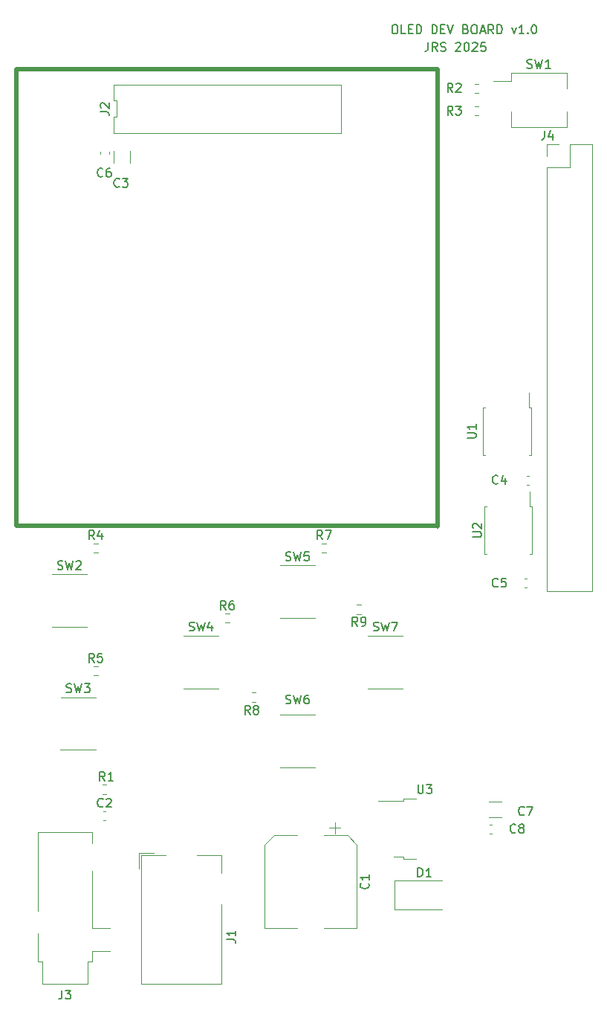
<source format=gbr>
%TF.GenerationSoftware,KiCad,Pcbnew,6.0.2+dfsg-1*%
%TF.CreationDate,2025-01-19T18:01:40+11:00*%
%TF.ProjectId,OLED_DEV_BOARD,4f4c4544-5f44-4455-965f-424f4152442e,rev?*%
%TF.SameCoordinates,Original*%
%TF.FileFunction,Legend,Top*%
%TF.FilePolarity,Positive*%
%FSLAX46Y46*%
G04 Gerber Fmt 4.6, Leading zero omitted, Abs format (unit mm)*
G04 Created by KiCad (PCBNEW 6.0.2+dfsg-1) date 2025-01-19 18:01:40*
%MOMM*%
%LPD*%
G01*
G04 APERTURE LIST*
%ADD10C,0.150000*%
%ADD11C,0.120000*%
%ADD12C,0.500000*%
%ADD13C,0.508000*%
G04 APERTURE END LIST*
D10*
X164880952Y-33452380D02*
X164880952Y-34166666D01*
X164833333Y-34309523D01*
X164738095Y-34404761D01*
X164595238Y-34452380D01*
X164500000Y-34452380D01*
X165928571Y-34452380D02*
X165595238Y-33976190D01*
X165357142Y-34452380D02*
X165357142Y-33452380D01*
X165738095Y-33452380D01*
X165833333Y-33500000D01*
X165880952Y-33547619D01*
X165928571Y-33642857D01*
X165928571Y-33785714D01*
X165880952Y-33880952D01*
X165833333Y-33928571D01*
X165738095Y-33976190D01*
X165357142Y-33976190D01*
X166309523Y-34404761D02*
X166452380Y-34452380D01*
X166690476Y-34452380D01*
X166785714Y-34404761D01*
X166833333Y-34357142D01*
X166880952Y-34261904D01*
X166880952Y-34166666D01*
X166833333Y-34071428D01*
X166785714Y-34023809D01*
X166690476Y-33976190D01*
X166500000Y-33928571D01*
X166404761Y-33880952D01*
X166357142Y-33833333D01*
X166309523Y-33738095D01*
X166309523Y-33642857D01*
X166357142Y-33547619D01*
X166404761Y-33500000D01*
X166500000Y-33452380D01*
X166738095Y-33452380D01*
X166880952Y-33500000D01*
X168023809Y-33547619D02*
X168071428Y-33500000D01*
X168166666Y-33452380D01*
X168404761Y-33452380D01*
X168500000Y-33500000D01*
X168547619Y-33547619D01*
X168595238Y-33642857D01*
X168595238Y-33738095D01*
X168547619Y-33880952D01*
X167976190Y-34452380D01*
X168595238Y-34452380D01*
X169214285Y-33452380D02*
X169309523Y-33452380D01*
X169404761Y-33500000D01*
X169452380Y-33547619D01*
X169500000Y-33642857D01*
X169547619Y-33833333D01*
X169547619Y-34071428D01*
X169500000Y-34261904D01*
X169452380Y-34357142D01*
X169404761Y-34404761D01*
X169309523Y-34452380D01*
X169214285Y-34452380D01*
X169119047Y-34404761D01*
X169071428Y-34357142D01*
X169023809Y-34261904D01*
X168976190Y-34071428D01*
X168976190Y-33833333D01*
X169023809Y-33642857D01*
X169071428Y-33547619D01*
X169119047Y-33500000D01*
X169214285Y-33452380D01*
X169928571Y-33547619D02*
X169976190Y-33500000D01*
X170071428Y-33452380D01*
X170309523Y-33452380D01*
X170404761Y-33500000D01*
X170452380Y-33547619D01*
X170500000Y-33642857D01*
X170500000Y-33738095D01*
X170452380Y-33880952D01*
X169880952Y-34452380D01*
X170500000Y-34452380D01*
X171404761Y-33452380D02*
X170928571Y-33452380D01*
X170880952Y-33928571D01*
X170928571Y-33880952D01*
X171023809Y-33833333D01*
X171261904Y-33833333D01*
X171357142Y-33880952D01*
X171404761Y-33928571D01*
X171452380Y-34023809D01*
X171452380Y-34261904D01*
X171404761Y-34357142D01*
X171357142Y-34404761D01*
X171261904Y-34452380D01*
X171023809Y-34452380D01*
X170928571Y-34404761D01*
X170880952Y-34357142D01*
X161000000Y-31452380D02*
X161190476Y-31452380D01*
X161285714Y-31500000D01*
X161380952Y-31595238D01*
X161428571Y-31785714D01*
X161428571Y-32119047D01*
X161380952Y-32309523D01*
X161285714Y-32404761D01*
X161190476Y-32452380D01*
X161000000Y-32452380D01*
X160904761Y-32404761D01*
X160809523Y-32309523D01*
X160761904Y-32119047D01*
X160761904Y-31785714D01*
X160809523Y-31595238D01*
X160904761Y-31500000D01*
X161000000Y-31452380D01*
X162333333Y-32452380D02*
X161857142Y-32452380D01*
X161857142Y-31452380D01*
X162666666Y-31928571D02*
X163000000Y-31928571D01*
X163142857Y-32452380D02*
X162666666Y-32452380D01*
X162666666Y-31452380D01*
X163142857Y-31452380D01*
X163571428Y-32452380D02*
X163571428Y-31452380D01*
X163809523Y-31452380D01*
X163952380Y-31500000D01*
X164047619Y-31595238D01*
X164095238Y-31690476D01*
X164142857Y-31880952D01*
X164142857Y-32023809D01*
X164095238Y-32214285D01*
X164047619Y-32309523D01*
X163952380Y-32404761D01*
X163809523Y-32452380D01*
X163571428Y-32452380D01*
X165333333Y-32452380D02*
X165333333Y-31452380D01*
X165571428Y-31452380D01*
X165714285Y-31500000D01*
X165809523Y-31595238D01*
X165857142Y-31690476D01*
X165904761Y-31880952D01*
X165904761Y-32023809D01*
X165857142Y-32214285D01*
X165809523Y-32309523D01*
X165714285Y-32404761D01*
X165571428Y-32452380D01*
X165333333Y-32452380D01*
X166333333Y-31928571D02*
X166666666Y-31928571D01*
X166809523Y-32452380D02*
X166333333Y-32452380D01*
X166333333Y-31452380D01*
X166809523Y-31452380D01*
X167095238Y-31452380D02*
X167428571Y-32452380D01*
X167761904Y-31452380D01*
X169190476Y-31928571D02*
X169333333Y-31976190D01*
X169380952Y-32023809D01*
X169428571Y-32119047D01*
X169428571Y-32261904D01*
X169380952Y-32357142D01*
X169333333Y-32404761D01*
X169238095Y-32452380D01*
X168857142Y-32452380D01*
X168857142Y-31452380D01*
X169190476Y-31452380D01*
X169285714Y-31500000D01*
X169333333Y-31547619D01*
X169380952Y-31642857D01*
X169380952Y-31738095D01*
X169333333Y-31833333D01*
X169285714Y-31880952D01*
X169190476Y-31928571D01*
X168857142Y-31928571D01*
X170047619Y-31452380D02*
X170238095Y-31452380D01*
X170333333Y-31500000D01*
X170428571Y-31595238D01*
X170476190Y-31785714D01*
X170476190Y-32119047D01*
X170428571Y-32309523D01*
X170333333Y-32404761D01*
X170238095Y-32452380D01*
X170047619Y-32452380D01*
X169952380Y-32404761D01*
X169857142Y-32309523D01*
X169809523Y-32119047D01*
X169809523Y-31785714D01*
X169857142Y-31595238D01*
X169952380Y-31500000D01*
X170047619Y-31452380D01*
X170857142Y-32166666D02*
X171333333Y-32166666D01*
X170761904Y-32452380D02*
X171095238Y-31452380D01*
X171428571Y-32452380D01*
X172333333Y-32452380D02*
X172000000Y-31976190D01*
X171761904Y-32452380D02*
X171761904Y-31452380D01*
X172142857Y-31452380D01*
X172238095Y-31500000D01*
X172285714Y-31547619D01*
X172333333Y-31642857D01*
X172333333Y-31785714D01*
X172285714Y-31880952D01*
X172238095Y-31928571D01*
X172142857Y-31976190D01*
X171761904Y-31976190D01*
X172761904Y-32452380D02*
X172761904Y-31452380D01*
X173000000Y-31452380D01*
X173142857Y-31500000D01*
X173238095Y-31595238D01*
X173285714Y-31690476D01*
X173333333Y-31880952D01*
X173333333Y-32023809D01*
X173285714Y-32214285D01*
X173238095Y-32309523D01*
X173142857Y-32404761D01*
X173000000Y-32452380D01*
X172761904Y-32452380D01*
X174428571Y-31785714D02*
X174666666Y-32452380D01*
X174904761Y-31785714D01*
X175809523Y-32452380D02*
X175238095Y-32452380D01*
X175523809Y-32452380D02*
X175523809Y-31452380D01*
X175428571Y-31595238D01*
X175333333Y-31690476D01*
X175238095Y-31738095D01*
X176238095Y-32357142D02*
X176285714Y-32404761D01*
X176238095Y-32452380D01*
X176190476Y-32404761D01*
X176238095Y-32357142D01*
X176238095Y-32452380D01*
X176904761Y-31452380D02*
X177000000Y-31452380D01*
X177095238Y-31500000D01*
X177142857Y-31547619D01*
X177190476Y-31642857D01*
X177238095Y-31833333D01*
X177238095Y-32071428D01*
X177190476Y-32261904D01*
X177142857Y-32357142D01*
X177095238Y-32404761D01*
X177000000Y-32452380D01*
X176904761Y-32452380D01*
X176809523Y-32404761D01*
X176761904Y-32357142D01*
X176714285Y-32261904D01*
X176666666Y-32071428D01*
X176666666Y-31833333D01*
X176714285Y-31642857D01*
X176761904Y-31547619D01*
X176809523Y-31500000D01*
X176904761Y-31452380D01*
%TO.C,SW7*%
X158666666Y-100404761D02*
X158809523Y-100452380D01*
X159047619Y-100452380D01*
X159142857Y-100404761D01*
X159190476Y-100357142D01*
X159238095Y-100261904D01*
X159238095Y-100166666D01*
X159190476Y-100071428D01*
X159142857Y-100023809D01*
X159047619Y-99976190D01*
X158857142Y-99928571D01*
X158761904Y-99880952D01*
X158714285Y-99833333D01*
X158666666Y-99738095D01*
X158666666Y-99642857D01*
X158714285Y-99547619D01*
X158761904Y-99500000D01*
X158857142Y-99452380D01*
X159095238Y-99452380D01*
X159238095Y-99500000D01*
X159571428Y-99452380D02*
X159809523Y-100452380D01*
X160000000Y-99738095D01*
X160190476Y-100452380D01*
X160428571Y-99452380D01*
X160714285Y-99452380D02*
X161380952Y-99452380D01*
X160952380Y-100452380D01*
%TO.C,SW6*%
X148666666Y-108704761D02*
X148809523Y-108752380D01*
X149047619Y-108752380D01*
X149142857Y-108704761D01*
X149190476Y-108657142D01*
X149238095Y-108561904D01*
X149238095Y-108466666D01*
X149190476Y-108371428D01*
X149142857Y-108323809D01*
X149047619Y-108276190D01*
X148857142Y-108228571D01*
X148761904Y-108180952D01*
X148714285Y-108133333D01*
X148666666Y-108038095D01*
X148666666Y-107942857D01*
X148714285Y-107847619D01*
X148761904Y-107800000D01*
X148857142Y-107752380D01*
X149095238Y-107752380D01*
X149238095Y-107800000D01*
X149571428Y-107752380D02*
X149809523Y-108752380D01*
X150000000Y-108038095D01*
X150190476Y-108752380D01*
X150428571Y-107752380D01*
X151238095Y-107752380D02*
X151047619Y-107752380D01*
X150952380Y-107800000D01*
X150904761Y-107847619D01*
X150809523Y-107990476D01*
X150761904Y-108180952D01*
X150761904Y-108561904D01*
X150809523Y-108657142D01*
X150857142Y-108704761D01*
X150952380Y-108752380D01*
X151142857Y-108752380D01*
X151238095Y-108704761D01*
X151285714Y-108657142D01*
X151333333Y-108561904D01*
X151333333Y-108323809D01*
X151285714Y-108228571D01*
X151238095Y-108180952D01*
X151142857Y-108133333D01*
X150952380Y-108133333D01*
X150857142Y-108180952D01*
X150809523Y-108228571D01*
X150761904Y-108323809D01*
%TO.C,SW5*%
X148666666Y-92404761D02*
X148809523Y-92452380D01*
X149047619Y-92452380D01*
X149142857Y-92404761D01*
X149190476Y-92357142D01*
X149238095Y-92261904D01*
X149238095Y-92166666D01*
X149190476Y-92071428D01*
X149142857Y-92023809D01*
X149047619Y-91976190D01*
X148857142Y-91928571D01*
X148761904Y-91880952D01*
X148714285Y-91833333D01*
X148666666Y-91738095D01*
X148666666Y-91642857D01*
X148714285Y-91547619D01*
X148761904Y-91500000D01*
X148857142Y-91452380D01*
X149095238Y-91452380D01*
X149238095Y-91500000D01*
X149571428Y-91452380D02*
X149809523Y-92452380D01*
X150000000Y-91738095D01*
X150190476Y-92452380D01*
X150428571Y-91452380D01*
X151285714Y-91452380D02*
X150809523Y-91452380D01*
X150761904Y-91928571D01*
X150809523Y-91880952D01*
X150904761Y-91833333D01*
X151142857Y-91833333D01*
X151238095Y-91880952D01*
X151285714Y-91928571D01*
X151333333Y-92023809D01*
X151333333Y-92261904D01*
X151285714Y-92357142D01*
X151238095Y-92404761D01*
X151142857Y-92452380D01*
X150904761Y-92452380D01*
X150809523Y-92404761D01*
X150761904Y-92357142D01*
%TO.C,SW4*%
X137666666Y-100404761D02*
X137809523Y-100452380D01*
X138047619Y-100452380D01*
X138142857Y-100404761D01*
X138190476Y-100357142D01*
X138238095Y-100261904D01*
X138238095Y-100166666D01*
X138190476Y-100071428D01*
X138142857Y-100023809D01*
X138047619Y-99976190D01*
X137857142Y-99928571D01*
X137761904Y-99880952D01*
X137714285Y-99833333D01*
X137666666Y-99738095D01*
X137666666Y-99642857D01*
X137714285Y-99547619D01*
X137761904Y-99500000D01*
X137857142Y-99452380D01*
X138095238Y-99452380D01*
X138238095Y-99500000D01*
X138571428Y-99452380D02*
X138809523Y-100452380D01*
X139000000Y-99738095D01*
X139190476Y-100452380D01*
X139428571Y-99452380D01*
X140238095Y-99785714D02*
X140238095Y-100452380D01*
X140000000Y-99404761D02*
X139761904Y-100119047D01*
X140380952Y-100119047D01*
%TO.C,SW3*%
X123666666Y-107404761D02*
X123809523Y-107452380D01*
X124047619Y-107452380D01*
X124142857Y-107404761D01*
X124190476Y-107357142D01*
X124238095Y-107261904D01*
X124238095Y-107166666D01*
X124190476Y-107071428D01*
X124142857Y-107023809D01*
X124047619Y-106976190D01*
X123857142Y-106928571D01*
X123761904Y-106880952D01*
X123714285Y-106833333D01*
X123666666Y-106738095D01*
X123666666Y-106642857D01*
X123714285Y-106547619D01*
X123761904Y-106500000D01*
X123857142Y-106452380D01*
X124095238Y-106452380D01*
X124238095Y-106500000D01*
X124571428Y-106452380D02*
X124809523Y-107452380D01*
X125000000Y-106738095D01*
X125190476Y-107452380D01*
X125428571Y-106452380D01*
X125714285Y-106452380D02*
X126333333Y-106452380D01*
X126000000Y-106833333D01*
X126142857Y-106833333D01*
X126238095Y-106880952D01*
X126285714Y-106928571D01*
X126333333Y-107023809D01*
X126333333Y-107261904D01*
X126285714Y-107357142D01*
X126238095Y-107404761D01*
X126142857Y-107452380D01*
X125857142Y-107452380D01*
X125761904Y-107404761D01*
X125714285Y-107357142D01*
%TO.C,SW2*%
X122666666Y-93404761D02*
X122809523Y-93452380D01*
X123047619Y-93452380D01*
X123142857Y-93404761D01*
X123190476Y-93357142D01*
X123238095Y-93261904D01*
X123238095Y-93166666D01*
X123190476Y-93071428D01*
X123142857Y-93023809D01*
X123047619Y-92976190D01*
X122857142Y-92928571D01*
X122761904Y-92880952D01*
X122714285Y-92833333D01*
X122666666Y-92738095D01*
X122666666Y-92642857D01*
X122714285Y-92547619D01*
X122761904Y-92500000D01*
X122857142Y-92452380D01*
X123095238Y-92452380D01*
X123238095Y-92500000D01*
X123571428Y-92452380D02*
X123809523Y-93452380D01*
X124000000Y-92738095D01*
X124190476Y-93452380D01*
X124428571Y-92452380D01*
X124761904Y-92547619D02*
X124809523Y-92500000D01*
X124904761Y-92452380D01*
X125142857Y-92452380D01*
X125238095Y-92500000D01*
X125285714Y-92547619D01*
X125333333Y-92642857D01*
X125333333Y-92738095D01*
X125285714Y-92880952D01*
X124714285Y-93452380D01*
X125333333Y-93452380D01*
%TO.C,U2*%
X169952380Y-89761904D02*
X170761904Y-89761904D01*
X170857142Y-89714285D01*
X170904761Y-89666666D01*
X170952380Y-89571428D01*
X170952380Y-89380952D01*
X170904761Y-89285714D01*
X170857142Y-89238095D01*
X170761904Y-89190476D01*
X169952380Y-89190476D01*
X170047619Y-88761904D02*
X170000000Y-88714285D01*
X169952380Y-88619047D01*
X169952380Y-88380952D01*
X170000000Y-88285714D01*
X170047619Y-88238095D01*
X170142857Y-88190476D01*
X170238095Y-88190476D01*
X170380952Y-88238095D01*
X170952380Y-88809523D01*
X170952380Y-88190476D01*
%TO.C,R3*%
X167683333Y-41702380D02*
X167350000Y-41226190D01*
X167111904Y-41702380D02*
X167111904Y-40702380D01*
X167492857Y-40702380D01*
X167588095Y-40750000D01*
X167635714Y-40797619D01*
X167683333Y-40892857D01*
X167683333Y-41035714D01*
X167635714Y-41130952D01*
X167588095Y-41178571D01*
X167492857Y-41226190D01*
X167111904Y-41226190D01*
X168016666Y-40702380D02*
X168635714Y-40702380D01*
X168302380Y-41083333D01*
X168445238Y-41083333D01*
X168540476Y-41130952D01*
X168588095Y-41178571D01*
X168635714Y-41273809D01*
X168635714Y-41511904D01*
X168588095Y-41607142D01*
X168540476Y-41654761D01*
X168445238Y-41702380D01*
X168159523Y-41702380D01*
X168064285Y-41654761D01*
X168016666Y-41607142D01*
%TO.C,D1*%
X163711904Y-128442380D02*
X163711904Y-127442380D01*
X163950000Y-127442380D01*
X164092857Y-127490000D01*
X164188095Y-127585238D01*
X164235714Y-127680476D01*
X164283333Y-127870952D01*
X164283333Y-128013809D01*
X164235714Y-128204285D01*
X164188095Y-128299523D01*
X164092857Y-128394761D01*
X163950000Y-128442380D01*
X163711904Y-128442380D01*
X165235714Y-128442380D02*
X164664285Y-128442380D01*
X164950000Y-128442380D02*
X164950000Y-127442380D01*
X164854761Y-127585238D01*
X164759523Y-127680476D01*
X164664285Y-127728095D01*
%TO.C,SW1*%
X176166666Y-36334761D02*
X176309523Y-36382380D01*
X176547619Y-36382380D01*
X176642857Y-36334761D01*
X176690476Y-36287142D01*
X176738095Y-36191904D01*
X176738095Y-36096666D01*
X176690476Y-36001428D01*
X176642857Y-35953809D01*
X176547619Y-35906190D01*
X176357142Y-35858571D01*
X176261904Y-35810952D01*
X176214285Y-35763333D01*
X176166666Y-35668095D01*
X176166666Y-35572857D01*
X176214285Y-35477619D01*
X176261904Y-35430000D01*
X176357142Y-35382380D01*
X176595238Y-35382380D01*
X176738095Y-35430000D01*
X177071428Y-35382380D02*
X177309523Y-36382380D01*
X177500000Y-35668095D01*
X177690476Y-36382380D01*
X177928571Y-35382380D01*
X178833333Y-36382380D02*
X178261904Y-36382380D01*
X178547619Y-36382380D02*
X178547619Y-35382380D01*
X178452380Y-35525238D01*
X178357142Y-35620476D01*
X178261904Y-35668095D01*
%TO.C,J3*%
X123166666Y-141352380D02*
X123166666Y-142066666D01*
X123119047Y-142209523D01*
X123023809Y-142304761D01*
X122880952Y-142352380D01*
X122785714Y-142352380D01*
X123547619Y-141352380D02*
X124166666Y-141352380D01*
X123833333Y-141733333D01*
X123976190Y-141733333D01*
X124071428Y-141780952D01*
X124119047Y-141828571D01*
X124166666Y-141923809D01*
X124166666Y-142161904D01*
X124119047Y-142257142D01*
X124071428Y-142304761D01*
X123976190Y-142352380D01*
X123690476Y-142352380D01*
X123595238Y-142304761D01*
X123547619Y-142257142D01*
%TO.C,R5*%
X126833333Y-104022380D02*
X126500000Y-103546190D01*
X126261904Y-104022380D02*
X126261904Y-103022380D01*
X126642857Y-103022380D01*
X126738095Y-103070000D01*
X126785714Y-103117619D01*
X126833333Y-103212857D01*
X126833333Y-103355714D01*
X126785714Y-103450952D01*
X126738095Y-103498571D01*
X126642857Y-103546190D01*
X126261904Y-103546190D01*
X127738095Y-103022380D02*
X127261904Y-103022380D01*
X127214285Y-103498571D01*
X127261904Y-103450952D01*
X127357142Y-103403333D01*
X127595238Y-103403333D01*
X127690476Y-103450952D01*
X127738095Y-103498571D01*
X127785714Y-103593809D01*
X127785714Y-103831904D01*
X127738095Y-103927142D01*
X127690476Y-103974761D01*
X127595238Y-104022380D01*
X127357142Y-104022380D01*
X127261904Y-103974761D01*
X127214285Y-103927142D01*
%TO.C,R8*%
X144596075Y-109952380D02*
X144262742Y-109476190D01*
X144024646Y-109952380D02*
X144024646Y-108952380D01*
X144405599Y-108952380D01*
X144500837Y-109000000D01*
X144548456Y-109047619D01*
X144596075Y-109142857D01*
X144596075Y-109285714D01*
X144548456Y-109380952D01*
X144500837Y-109428571D01*
X144405599Y-109476190D01*
X144024646Y-109476190D01*
X145167503Y-109380952D02*
X145072265Y-109333333D01*
X145024646Y-109285714D01*
X144977027Y-109190476D01*
X144977027Y-109142857D01*
X145024646Y-109047619D01*
X145072265Y-109000000D01*
X145167503Y-108952380D01*
X145357980Y-108952380D01*
X145453218Y-109000000D01*
X145500837Y-109047619D01*
X145548456Y-109142857D01*
X145548456Y-109190476D01*
X145500837Y-109285714D01*
X145453218Y-109333333D01*
X145357980Y-109380952D01*
X145167503Y-109380952D01*
X145072265Y-109428571D01*
X145024646Y-109476190D01*
X144977027Y-109571428D01*
X144977027Y-109761904D01*
X145024646Y-109857142D01*
X145072265Y-109904761D01*
X145167503Y-109952380D01*
X145357980Y-109952380D01*
X145453218Y-109904761D01*
X145500837Y-109857142D01*
X145548456Y-109761904D01*
X145548456Y-109571428D01*
X145500837Y-109476190D01*
X145453218Y-109428571D01*
X145357980Y-109380952D01*
%TO.C,C8*%
X174848333Y-123357142D02*
X174800714Y-123404761D01*
X174657857Y-123452380D01*
X174562619Y-123452380D01*
X174419761Y-123404761D01*
X174324523Y-123309523D01*
X174276904Y-123214285D01*
X174229285Y-123023809D01*
X174229285Y-122880952D01*
X174276904Y-122690476D01*
X174324523Y-122595238D01*
X174419761Y-122500000D01*
X174562619Y-122452380D01*
X174657857Y-122452380D01*
X174800714Y-122500000D01*
X174848333Y-122547619D01*
X175419761Y-122880952D02*
X175324523Y-122833333D01*
X175276904Y-122785714D01*
X175229285Y-122690476D01*
X175229285Y-122642857D01*
X175276904Y-122547619D01*
X175324523Y-122500000D01*
X175419761Y-122452380D01*
X175610238Y-122452380D01*
X175705476Y-122500000D01*
X175753095Y-122547619D01*
X175800714Y-122642857D01*
X175800714Y-122690476D01*
X175753095Y-122785714D01*
X175705476Y-122833333D01*
X175610238Y-122880952D01*
X175419761Y-122880952D01*
X175324523Y-122928571D01*
X175276904Y-122976190D01*
X175229285Y-123071428D01*
X175229285Y-123261904D01*
X175276904Y-123357142D01*
X175324523Y-123404761D01*
X175419761Y-123452380D01*
X175610238Y-123452380D01*
X175705476Y-123404761D01*
X175753095Y-123357142D01*
X175800714Y-123261904D01*
X175800714Y-123071428D01*
X175753095Y-122976190D01*
X175705476Y-122928571D01*
X175610238Y-122880952D01*
%TO.C,R1*%
X128053333Y-117512380D02*
X127720000Y-117036190D01*
X127481904Y-117512380D02*
X127481904Y-116512380D01*
X127862857Y-116512380D01*
X127958095Y-116560000D01*
X128005714Y-116607619D01*
X128053333Y-116702857D01*
X128053333Y-116845714D01*
X128005714Y-116940952D01*
X127958095Y-116988571D01*
X127862857Y-117036190D01*
X127481904Y-117036190D01*
X129005714Y-117512380D02*
X128434285Y-117512380D01*
X128720000Y-117512380D02*
X128720000Y-116512380D01*
X128624761Y-116655238D01*
X128529523Y-116750476D01*
X128434285Y-116798095D01*
%TO.C,J1*%
X141952380Y-135583333D02*
X142666666Y-135583333D01*
X142809523Y-135630952D01*
X142904761Y-135726190D01*
X142952380Y-135869047D01*
X142952380Y-135964285D01*
X142952380Y-134583333D02*
X142952380Y-135154761D01*
X142952380Y-134869047D02*
X141952380Y-134869047D01*
X142095238Y-134964285D01*
X142190476Y-135059523D01*
X142238095Y-135154761D01*
%TO.C,C4*%
X172833333Y-83644477D02*
X172785714Y-83692096D01*
X172642857Y-83739715D01*
X172547619Y-83739715D01*
X172404761Y-83692096D01*
X172309523Y-83596858D01*
X172261904Y-83501620D01*
X172214285Y-83311144D01*
X172214285Y-83168287D01*
X172261904Y-82977811D01*
X172309523Y-82882573D01*
X172404761Y-82787335D01*
X172547619Y-82739715D01*
X172642857Y-82739715D01*
X172785714Y-82787335D01*
X172833333Y-82834954D01*
X173690476Y-83073049D02*
X173690476Y-83739715D01*
X173452380Y-82692096D02*
X173214285Y-83406382D01*
X173833333Y-83406382D01*
%TO.C,R6*%
X141833333Y-98022380D02*
X141500000Y-97546190D01*
X141261904Y-98022380D02*
X141261904Y-97022380D01*
X141642857Y-97022380D01*
X141738095Y-97070000D01*
X141785714Y-97117619D01*
X141833333Y-97212857D01*
X141833333Y-97355714D01*
X141785714Y-97450952D01*
X141738095Y-97498571D01*
X141642857Y-97546190D01*
X141261904Y-97546190D01*
X142690476Y-97022380D02*
X142500000Y-97022380D01*
X142404761Y-97070000D01*
X142357142Y-97117619D01*
X142261904Y-97260476D01*
X142214285Y-97450952D01*
X142214285Y-97831904D01*
X142261904Y-97927142D01*
X142309523Y-97974761D01*
X142404761Y-98022380D01*
X142595238Y-98022380D01*
X142690476Y-97974761D01*
X142738095Y-97927142D01*
X142785714Y-97831904D01*
X142785714Y-97593809D01*
X142738095Y-97498571D01*
X142690476Y-97450952D01*
X142595238Y-97403333D01*
X142404761Y-97403333D01*
X142309523Y-97450952D01*
X142261904Y-97498571D01*
X142214285Y-97593809D01*
%TO.C,R9*%
X156833333Y-99882380D02*
X156500000Y-99406190D01*
X156261904Y-99882380D02*
X156261904Y-98882380D01*
X156642857Y-98882380D01*
X156738095Y-98930000D01*
X156785714Y-98977619D01*
X156833333Y-99072857D01*
X156833333Y-99215714D01*
X156785714Y-99310952D01*
X156738095Y-99358571D01*
X156642857Y-99406190D01*
X156261904Y-99406190D01*
X157309523Y-99882380D02*
X157500000Y-99882380D01*
X157595238Y-99834761D01*
X157642857Y-99787142D01*
X157738095Y-99644285D01*
X157785714Y-99453809D01*
X157785714Y-99072857D01*
X157738095Y-98977619D01*
X157690476Y-98930000D01*
X157595238Y-98882380D01*
X157404761Y-98882380D01*
X157309523Y-98930000D01*
X157261904Y-98977619D01*
X157214285Y-99072857D01*
X157214285Y-99310952D01*
X157261904Y-99406190D01*
X157309523Y-99453809D01*
X157404761Y-99501428D01*
X157595238Y-99501428D01*
X157690476Y-99453809D01*
X157738095Y-99406190D01*
X157785714Y-99310952D01*
%TO.C,C5*%
X172833333Y-95357142D02*
X172785714Y-95404761D01*
X172642857Y-95452380D01*
X172547619Y-95452380D01*
X172404761Y-95404761D01*
X172309523Y-95309523D01*
X172261904Y-95214285D01*
X172214285Y-95023809D01*
X172214285Y-94880952D01*
X172261904Y-94690476D01*
X172309523Y-94595238D01*
X172404761Y-94500000D01*
X172547619Y-94452380D01*
X172642857Y-94452380D01*
X172785714Y-94500000D01*
X172833333Y-94547619D01*
X173738095Y-94452380D02*
X173261904Y-94452380D01*
X173214285Y-94928571D01*
X173261904Y-94880952D01*
X173357142Y-94833333D01*
X173595238Y-94833333D01*
X173690476Y-94880952D01*
X173738095Y-94928571D01*
X173785714Y-95023809D01*
X173785714Y-95261904D01*
X173738095Y-95357142D01*
X173690476Y-95404761D01*
X173595238Y-95452380D01*
X173357142Y-95452380D01*
X173261904Y-95404761D01*
X173214285Y-95357142D01*
%TO.C,J4*%
X178161666Y-43497380D02*
X178161666Y-44211666D01*
X178114047Y-44354523D01*
X178018809Y-44449761D01*
X177875952Y-44497380D01*
X177780714Y-44497380D01*
X179066428Y-43830714D02*
X179066428Y-44497380D01*
X178828333Y-43449761D02*
X178590238Y-44164047D01*
X179209285Y-44164047D01*
%TO.C,J2*%
X127522380Y-41333333D02*
X128236666Y-41333333D01*
X128379523Y-41380952D01*
X128474761Y-41476190D01*
X128522380Y-41619047D01*
X128522380Y-41714285D01*
X127617619Y-40904761D02*
X127570000Y-40857142D01*
X127522380Y-40761904D01*
X127522380Y-40523809D01*
X127570000Y-40428571D01*
X127617619Y-40380952D01*
X127712857Y-40333333D01*
X127808095Y-40333333D01*
X127950952Y-40380952D01*
X128522380Y-40952380D01*
X128522380Y-40333333D01*
%TO.C,R2*%
X167683333Y-39102380D02*
X167350000Y-38626190D01*
X167111904Y-39102380D02*
X167111904Y-38102380D01*
X167492857Y-38102380D01*
X167588095Y-38150000D01*
X167635714Y-38197619D01*
X167683333Y-38292857D01*
X167683333Y-38435714D01*
X167635714Y-38530952D01*
X167588095Y-38578571D01*
X167492857Y-38626190D01*
X167111904Y-38626190D01*
X168064285Y-38197619D02*
X168111904Y-38150000D01*
X168207142Y-38102380D01*
X168445238Y-38102380D01*
X168540476Y-38150000D01*
X168588095Y-38197619D01*
X168635714Y-38292857D01*
X168635714Y-38388095D01*
X168588095Y-38530952D01*
X168016666Y-39102380D01*
X168635714Y-39102380D01*
%TO.C,C7*%
X175833333Y-121357142D02*
X175785714Y-121404761D01*
X175642857Y-121452380D01*
X175547619Y-121452380D01*
X175404761Y-121404761D01*
X175309523Y-121309523D01*
X175261904Y-121214285D01*
X175214285Y-121023809D01*
X175214285Y-120880952D01*
X175261904Y-120690476D01*
X175309523Y-120595238D01*
X175404761Y-120500000D01*
X175547619Y-120452380D01*
X175642857Y-120452380D01*
X175785714Y-120500000D01*
X175833333Y-120547619D01*
X176166666Y-120452380D02*
X176833333Y-120452380D01*
X176404761Y-121452380D01*
%TO.C,R4*%
X126833333Y-90022380D02*
X126500000Y-89546190D01*
X126261904Y-90022380D02*
X126261904Y-89022380D01*
X126642857Y-89022380D01*
X126738095Y-89070000D01*
X126785714Y-89117619D01*
X126833333Y-89212857D01*
X126833333Y-89355714D01*
X126785714Y-89450952D01*
X126738095Y-89498571D01*
X126642857Y-89546190D01*
X126261904Y-89546190D01*
X127690476Y-89355714D02*
X127690476Y-90022380D01*
X127452380Y-88974761D02*
X127214285Y-89689047D01*
X127833333Y-89689047D01*
%TO.C,U3*%
X163738095Y-117952380D02*
X163738095Y-118761904D01*
X163785714Y-118857142D01*
X163833333Y-118904761D01*
X163928571Y-118952380D01*
X164119047Y-118952380D01*
X164214285Y-118904761D01*
X164261904Y-118857142D01*
X164309523Y-118761904D01*
X164309523Y-117952380D01*
X164690476Y-117952380D02*
X165309523Y-117952380D01*
X164976190Y-118333333D01*
X165119047Y-118333333D01*
X165214285Y-118380952D01*
X165261904Y-118428571D01*
X165309523Y-118523809D01*
X165309523Y-118761904D01*
X165261904Y-118857142D01*
X165214285Y-118904761D01*
X165119047Y-118952380D01*
X164833333Y-118952380D01*
X164738095Y-118904761D01*
X164690476Y-118857142D01*
%TO.C,U1*%
X169332380Y-78481904D02*
X170141904Y-78481904D01*
X170237142Y-78434285D01*
X170284761Y-78386666D01*
X170332380Y-78291428D01*
X170332380Y-78100952D01*
X170284761Y-78005714D01*
X170237142Y-77958095D01*
X170141904Y-77910476D01*
X169332380Y-77910476D01*
X170332380Y-76910476D02*
X170332380Y-77481904D01*
X170332380Y-77196190D02*
X169332380Y-77196190D01*
X169475238Y-77291428D01*
X169570476Y-77386666D01*
X169618095Y-77481904D01*
%TO.C,C1*%
X158057142Y-129166666D02*
X158104761Y-129214285D01*
X158152380Y-129357142D01*
X158152380Y-129452380D01*
X158104761Y-129595238D01*
X158009523Y-129690476D01*
X157914285Y-129738095D01*
X157723809Y-129785714D01*
X157580952Y-129785714D01*
X157390476Y-129738095D01*
X157295238Y-129690476D01*
X157200000Y-129595238D01*
X157152380Y-129452380D01*
X157152380Y-129357142D01*
X157200000Y-129214285D01*
X157247619Y-129166666D01*
X158152380Y-128214285D02*
X158152380Y-128785714D01*
X158152380Y-128500000D02*
X157152380Y-128500000D01*
X157295238Y-128595238D01*
X157390476Y-128690476D01*
X157438095Y-128785714D01*
%TO.C,R7*%
X152833333Y-90022380D02*
X152500000Y-89546190D01*
X152261904Y-90022380D02*
X152261904Y-89022380D01*
X152642857Y-89022380D01*
X152738095Y-89070000D01*
X152785714Y-89117619D01*
X152833333Y-89212857D01*
X152833333Y-89355714D01*
X152785714Y-89450952D01*
X152738095Y-89498571D01*
X152642857Y-89546190D01*
X152261904Y-89546190D01*
X153166666Y-89022380D02*
X153833333Y-89022380D01*
X153404761Y-90022380D01*
%TO.C,C6*%
X127803333Y-48677142D02*
X127755714Y-48724761D01*
X127612857Y-48772380D01*
X127517619Y-48772380D01*
X127374761Y-48724761D01*
X127279523Y-48629523D01*
X127231904Y-48534285D01*
X127184285Y-48343809D01*
X127184285Y-48200952D01*
X127231904Y-48010476D01*
X127279523Y-47915238D01*
X127374761Y-47820000D01*
X127517619Y-47772380D01*
X127612857Y-47772380D01*
X127755714Y-47820000D01*
X127803333Y-47867619D01*
X128660476Y-47772380D02*
X128470000Y-47772380D01*
X128374761Y-47820000D01*
X128327142Y-47867619D01*
X128231904Y-48010476D01*
X128184285Y-48200952D01*
X128184285Y-48581904D01*
X128231904Y-48677142D01*
X128279523Y-48724761D01*
X128374761Y-48772380D01*
X128565238Y-48772380D01*
X128660476Y-48724761D01*
X128708095Y-48677142D01*
X128755714Y-48581904D01*
X128755714Y-48343809D01*
X128708095Y-48248571D01*
X128660476Y-48200952D01*
X128565238Y-48153333D01*
X128374761Y-48153333D01*
X128279523Y-48200952D01*
X128231904Y-48248571D01*
X128184285Y-48343809D01*
%TO.C,C2*%
X127833333Y-120427142D02*
X127785714Y-120474761D01*
X127642857Y-120522380D01*
X127547619Y-120522380D01*
X127404761Y-120474761D01*
X127309523Y-120379523D01*
X127261904Y-120284285D01*
X127214285Y-120093809D01*
X127214285Y-119950952D01*
X127261904Y-119760476D01*
X127309523Y-119665238D01*
X127404761Y-119570000D01*
X127547619Y-119522380D01*
X127642857Y-119522380D01*
X127785714Y-119570000D01*
X127833333Y-119617619D01*
X128214285Y-119617619D02*
X128261904Y-119570000D01*
X128357142Y-119522380D01*
X128595238Y-119522380D01*
X128690476Y-119570000D01*
X128738095Y-119617619D01*
X128785714Y-119712857D01*
X128785714Y-119808095D01*
X128738095Y-119950952D01*
X128166666Y-120522380D01*
X128785714Y-120522380D01*
%TO.C,C3*%
X129703333Y-49832142D02*
X129655714Y-49879761D01*
X129512857Y-49927380D01*
X129417619Y-49927380D01*
X129274761Y-49879761D01*
X129179523Y-49784523D01*
X129131904Y-49689285D01*
X129084285Y-49498809D01*
X129084285Y-49355952D01*
X129131904Y-49165476D01*
X129179523Y-49070238D01*
X129274761Y-48975000D01*
X129417619Y-48927380D01*
X129512857Y-48927380D01*
X129655714Y-48975000D01*
X129703333Y-49022619D01*
X130036666Y-48927380D02*
X130655714Y-48927380D01*
X130322380Y-49308333D01*
X130465238Y-49308333D01*
X130560476Y-49355952D01*
X130608095Y-49403571D01*
X130655714Y-49498809D01*
X130655714Y-49736904D01*
X130608095Y-49832142D01*
X130560476Y-49879761D01*
X130465238Y-49927380D01*
X130179523Y-49927380D01*
X130084285Y-49879761D01*
X130036666Y-49832142D01*
D11*
%TO.C,SW7*%
X157990000Y-106990000D02*
X161990000Y-106990000D01*
X158000000Y-101000000D02*
X162000000Y-101000000D01*
%TO.C,SW6*%
X147990000Y-115990000D02*
X151990000Y-115990000D01*
X148000000Y-110000000D02*
X152000000Y-110000000D01*
%TO.C,SW5*%
X147990000Y-98990000D02*
X151990000Y-98990000D01*
X148000000Y-93000000D02*
X152000000Y-93000000D01*
%TO.C,SW4*%
X136990000Y-106990000D02*
X140990000Y-106990000D01*
X137000000Y-101000000D02*
X141000000Y-101000000D01*
%TO.C,SW3*%
X122990000Y-113990000D02*
X126990000Y-113990000D01*
X123000000Y-108000000D02*
X127000000Y-108000000D01*
%TO.C,SW2*%
X121990000Y-99990000D02*
X125990000Y-99990000D01*
X122000000Y-94000000D02*
X126000000Y-94000000D01*
%TO.C,U2*%
X171275000Y-91725000D02*
X171535000Y-91725000D01*
X176725000Y-91725000D02*
X176465000Y-91725000D01*
X171275000Y-89000000D02*
X171275000Y-86275000D01*
X176725000Y-86275000D02*
X176465000Y-86275000D01*
X176725000Y-89000000D02*
X176725000Y-91725000D01*
X171275000Y-86275000D02*
X171535000Y-86275000D01*
X176465000Y-86275000D02*
X176465000Y-84600000D01*
X176725000Y-89000000D02*
X176725000Y-86275000D01*
X171275000Y-89000000D02*
X171275000Y-91725000D01*
%TO.C,R3*%
X170162742Y-41772500D02*
X170637258Y-41772500D01*
X170162742Y-40727500D02*
X170637258Y-40727500D01*
%TO.C,D1*%
X161050000Y-128840000D02*
X161050000Y-132140000D01*
X161050000Y-132140000D02*
X166450000Y-132140000D01*
X161050000Y-128840000D02*
X166450000Y-128840000D01*
%TO.C,SW1*%
X174340000Y-43071000D02*
X180660000Y-43071000D01*
X180660000Y-41331000D02*
X180660000Y-43071000D01*
X174340000Y-36930000D02*
X180660000Y-36930000D01*
X174340000Y-41331000D02*
X174340000Y-43071000D01*
X172300000Y-37879000D02*
X174340000Y-37879000D01*
X180660000Y-36930000D02*
X180660000Y-38669000D01*
X174340000Y-36930000D02*
X174340000Y-37879000D01*
%TO.C,J3*%
X120400000Y-123400000D02*
X126600000Y-123400000D01*
X126600000Y-134300000D02*
X128600000Y-134300000D01*
X126600000Y-138100000D02*
X126100000Y-138100000D01*
X126600000Y-136900000D02*
X126600000Y-138100000D01*
X126100000Y-138100000D02*
X126100000Y-140600000D01*
X120900000Y-138100000D02*
X120400000Y-138100000D01*
X120400000Y-132300000D02*
X120400000Y-123400000D01*
X120900000Y-140600000D02*
X120900000Y-138100000D01*
X126600000Y-123400000D02*
X126600000Y-124600000D01*
X120400000Y-138100000D02*
X120400000Y-134900000D01*
X126600000Y-127800000D02*
X126600000Y-134300000D01*
X126600000Y-136900000D02*
X128600000Y-136900000D01*
X126100000Y-140600000D02*
X120900000Y-140600000D01*
%TO.C,R5*%
X126762742Y-105522500D02*
X127237258Y-105522500D01*
X126762742Y-104477500D02*
X127237258Y-104477500D01*
%TO.C,R8*%
X144762742Y-107477500D02*
X145237258Y-107477500D01*
X144762742Y-108522500D02*
X145237258Y-108522500D01*
%TO.C,C8*%
X171859420Y-122490000D02*
X172140580Y-122490000D01*
X171859420Y-123510000D02*
X172140580Y-123510000D01*
%TO.C,R1*%
X128237258Y-117977500D02*
X127762742Y-117977500D01*
X128237258Y-119022500D02*
X127762742Y-119022500D01*
%TO.C,J1*%
X141350000Y-131600000D02*
X141350000Y-140600000D01*
X131910000Y-125760000D02*
X133650000Y-125760000D01*
X141350000Y-140600000D02*
X132150000Y-140600000D01*
X132150000Y-126000000D02*
X134950000Y-126000000D01*
X132150000Y-140600000D02*
X132150000Y-126000000D01*
X138550000Y-126000000D02*
X141350000Y-126000000D01*
X131910000Y-127500000D02*
X131910000Y-125760000D01*
X141350000Y-126000000D02*
X141350000Y-128000000D01*
%TO.C,C4*%
X176084420Y-82777335D02*
X176365580Y-82777335D01*
X176084420Y-83797335D02*
X176365580Y-83797335D01*
%TO.C,R6*%
X141762742Y-98477500D02*
X142237258Y-98477500D01*
X141762742Y-99522500D02*
X142237258Y-99522500D01*
%TO.C,R9*%
X157237258Y-97477500D02*
X156762742Y-97477500D01*
X157237258Y-98522500D02*
X156762742Y-98522500D01*
%TO.C,C5*%
X175859420Y-95510000D02*
X176140580Y-95510000D01*
X175859420Y-94490000D02*
X176140580Y-94490000D01*
%TO.C,J4*%
X180995000Y-47645000D02*
X180995000Y-45045000D01*
X180995000Y-45045000D02*
X183595000Y-45045000D01*
X183595000Y-45045000D02*
X183595000Y-95965000D01*
X178395000Y-45045000D02*
X179725000Y-45045000D01*
X178395000Y-47645000D02*
X180995000Y-47645000D01*
X178395000Y-47645000D02*
X178395000Y-95965000D01*
X178395000Y-46375000D02*
X178395000Y-45045000D01*
X178395000Y-95965000D02*
X183595000Y-95965000D01*
%TO.C,J2*%
X154930000Y-43770000D02*
X154930000Y-38230001D01*
D12*
X165990000Y-36530000D02*
X165990000Y-88530000D01*
D11*
X129430000Y-41923333D02*
X129070000Y-41923333D01*
X129070000Y-43769999D02*
X154930000Y-43770000D01*
D13*
X118000000Y-36480000D02*
X166000000Y-36480000D01*
D11*
X129070000Y-38230000D02*
X129070000Y-40076667D01*
D13*
X118000000Y-88500000D02*
X166000000Y-88500000D01*
D11*
X129070000Y-41923333D02*
X129070000Y-43769999D01*
X129430000Y-40076667D02*
X129430000Y-41923333D01*
X129070000Y-40076667D02*
X129430000Y-40076667D01*
X154930000Y-38230001D02*
X129070000Y-38230000D01*
D12*
X118000000Y-36480000D02*
X118000000Y-88480000D01*
D11*
%TO.C,R2*%
X170162742Y-39222500D02*
X170637258Y-39222500D01*
X170162742Y-38177500D02*
X170637258Y-38177500D01*
%TO.C,C7*%
X171813748Y-119880000D02*
X173236252Y-119880000D01*
X171813748Y-121700000D02*
X173236252Y-121700000D01*
%TO.C,R4*%
X126762742Y-90477500D02*
X127237258Y-90477500D01*
X126762742Y-91522500D02*
X127237258Y-91522500D01*
%TO.C,U3*%
X162030000Y-119820000D02*
X159200000Y-119820000D01*
X163530000Y-126450000D02*
X162030000Y-126450000D01*
X162030000Y-119550000D02*
X162030000Y-119820000D01*
X163530000Y-119550000D02*
X162030000Y-119550000D01*
X162030000Y-126450000D02*
X162030000Y-126180000D01*
X162030000Y-126180000D02*
X160930000Y-126180000D01*
%TO.C,U1*%
X176605000Y-77720000D02*
X176605000Y-80445000D01*
X176605000Y-80445000D02*
X176345000Y-80445000D01*
X171155000Y-74995000D02*
X171415000Y-74995000D01*
X176605000Y-74995000D02*
X176345000Y-74995000D01*
X171155000Y-77720000D02*
X171155000Y-74995000D01*
X171155000Y-77720000D02*
X171155000Y-80445000D01*
X171155000Y-80445000D02*
X171415000Y-80445000D01*
X176345000Y-74995000D02*
X176345000Y-73320000D01*
X176605000Y-77720000D02*
X176605000Y-74995000D01*
%TO.C,C1*%
X147304437Y-123740000D02*
X149990000Y-123740000D01*
X154260000Y-122250000D02*
X154260000Y-123500000D01*
X155695563Y-123740000D02*
X153010000Y-123740000D01*
X156760000Y-134260000D02*
X153010000Y-134260000D01*
X146240000Y-124804437D02*
X146240000Y-134260000D01*
X146240000Y-134260000D02*
X149990000Y-134260000D01*
X154885000Y-122875000D02*
X153635000Y-122875000D01*
X147304437Y-123740000D02*
X146240000Y-124804437D01*
X156760000Y-124804437D02*
X156760000Y-134260000D01*
X155695563Y-123740000D02*
X156760000Y-124804437D01*
%TO.C,R7*%
X152762742Y-91522500D02*
X153237258Y-91522500D01*
X152762742Y-90477500D02*
X153237258Y-90477500D01*
%TO.C,C6*%
X128510000Y-45859420D02*
X128510000Y-46140580D01*
X127490000Y-45859420D02*
X127490000Y-46140580D01*
%TO.C,C2*%
X127859420Y-122010000D02*
X128140580Y-122010000D01*
X127859420Y-120990000D02*
X128140580Y-120990000D01*
%TO.C,C3*%
X130910000Y-45763748D02*
X130910000Y-47186252D01*
X129090000Y-45763748D02*
X129090000Y-47186252D01*
%TD*%
M02*

</source>
